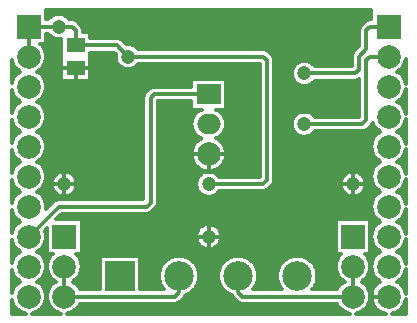
<source format=gbr>
G04 DipTrace 3.1.0.1*
G04 Íèæíèé.gbr*
%MOIN*%
G04 #@! TF.FileFunction,Copper,L2,Bot*
G04 #@! TF.Part,Single*
G04 #@! TA.AperFunction,CopperBalancing*
%ADD14C,0.011811*%
%ADD18R,0.059055X0.051181*%
G04 #@! TA.AperFunction,ComponentPad*
%ADD19R,0.098425X0.098425*%
%ADD20C,0.098425*%
%ADD21R,0.07874X0.066929*%
%ADD22O,0.07874X0.066929*%
%ADD23C,0.07874*%
%ADD24R,0.07874X0.07874*%
G04 #@! TA.AperFunction,ViaPad*
%ADD27C,0.047244*%
%FSLAX26Y26*%
G04*
G70*
G90*
G75*
G01*
G04 Bottom*
%LPD*%
X181252Y-862500D2*
D14*
Y-962500D1*
X564075Y-893755D2*
Y-948584D1*
X550159Y-962500D1*
X181252D1*
X662570Y-287541D2*
X481290D1*
X468799Y-300031D1*
Y-650068D1*
X456298Y-662570D1*
X162430D1*
X62500Y-762500D1*
X981353Y-387541D2*
X1175123D1*
X1187625Y-375039D1*
Y-175018D1*
X1200143Y-162500D1*
X1262500D1*
X981353Y-218773D2*
X1150121D1*
X1162622Y-206272D1*
Y-162517D1*
X1187625Y-137514D1*
Y-75008D1*
X1200133Y-62500D1*
X1262500D1*
X62500Y-162500D2*
Y-62500D1*
X393791Y-162517D2*
X843839D1*
X856340Y-175018D1*
Y-575060D1*
X843839Y-587562D1*
X662570D1*
X62500Y-62500D2*
X162510D1*
X162517Y-62507D1*
X206272D1*
X218773Y-75008D1*
Y-125115D1*
X356390D1*
X393791Y-162517D1*
X1143748Y-962500D2*
Y-862500D1*
X760925Y-893755D2*
Y-948445D1*
X775081Y-962601D1*
X1143647D1*
X1143748Y-962500D1*
D27*
X181269Y-587562D3*
X393791Y-162517D3*
X662570Y-587562D3*
X981353Y-387541D3*
Y-218773D3*
X162517Y-62507D3*
X662570Y-762580D3*
X1143870Y-587562D3*
X121240Y-17585D2*
D14*
X1203762D1*
X121240Y-29265D2*
X135972D1*
X189062D2*
X1203762D1*
X218197Y-40945D2*
X1188192D1*
X231646Y-52625D2*
X1174743D1*
X241542Y-64304D2*
X1164846D1*
X244056Y-75984D2*
X1162354D1*
X121240Y-87664D2*
X127950D1*
X267678D2*
X1162354D1*
X121240Y-99344D2*
X141555D1*
X267678D2*
X1162354D1*
X121240Y-111024D2*
X169883D1*
X377554D2*
X1162354D1*
X105255Y-122703D2*
X169883D1*
X407751D2*
X1162354D1*
X113906Y-134383D2*
X169883D1*
X425906D2*
X1155504D1*
X118841Y-146063D2*
X169883D1*
X862636D2*
X1143831D1*
X121033Y-157743D2*
X169883D1*
X267678D2*
X351062D1*
X874332D2*
X1137833D1*
X120825Y-169423D2*
X169883D1*
X267678D2*
X351385D1*
X880953D2*
X1137349D1*
X118150Y-181102D2*
X169883D1*
X267678D2*
X355168D1*
X881622D2*
X962029D1*
X1000677D2*
X1137349D1*
X7098Y-192782D2*
X12364D1*
X112636D2*
X169883D1*
X267678D2*
X363773D1*
X423829D2*
X831070D1*
X881622D2*
X947427D1*
X1015280D2*
X1137349D1*
X1312631D2*
X1318073D1*
X7098Y-204462D2*
X21921D1*
X103085D2*
X169883D1*
X267678D2*
X831070D1*
X881622D2*
X940875D1*
X1303081D2*
X1318043D1*
X7098Y-216142D2*
X27205D1*
X97803D2*
X169883D1*
X267678D2*
X831070D1*
X881622D2*
X938453D1*
X1297798D2*
X1318043D1*
X7098Y-227822D2*
X15360D1*
X109614D2*
X169883D1*
X267678D2*
X831070D1*
X881622D2*
X939353D1*
X1309609D2*
X1318043D1*
X116442Y-239501D2*
X169883D1*
X267678D2*
X603823D1*
X721319D2*
X831070D1*
X881622D2*
X943850D1*
X120110Y-251181D2*
X603823D1*
X721319D2*
X831070D1*
X881622D2*
X953747D1*
X1008959D2*
X1162354D1*
X121240Y-262861D2*
X603823D1*
X721319D2*
X831070D1*
X881622D2*
X1162354D1*
X119972Y-274541D2*
X459045D1*
X721319D2*
X831070D1*
X881622D2*
X1162354D1*
X116119Y-286220D2*
X447881D1*
X721319D2*
X831070D1*
X881622D2*
X1162354D1*
X7098Y-297900D2*
X15913D1*
X109060D2*
X443613D1*
X721319D2*
X831070D1*
X881622D2*
X1162354D1*
X1309056D2*
X1318043D1*
X7098Y-309580D2*
X28197D1*
X96789D2*
X443520D1*
X721319D2*
X831070D1*
X881622D2*
X1162354D1*
X1296783D2*
X1318043D1*
X7098Y-321260D2*
X21160D1*
X103824D2*
X443520D1*
X494072D2*
X603823D1*
X721319D2*
X831070D1*
X881622D2*
X1162354D1*
X1303843D2*
X1318043D1*
X7098Y-332940D2*
X11949D1*
X113075D2*
X443520D1*
X494072D2*
X603823D1*
X721319D2*
X831070D1*
X881622D2*
X1162354D1*
X1313070D2*
X1318041D1*
X118403Y-344619D2*
X443520D1*
X494072D2*
X626752D1*
X698388D2*
X831070D1*
X881622D2*
X1162354D1*
X120895Y-356299D2*
X443520D1*
X494072D2*
X614341D1*
X710799D2*
X831070D1*
X881622D2*
X952386D1*
X1010320D2*
X1162354D1*
X120987Y-367979D2*
X443520D1*
X494072D2*
X607675D1*
X717467D2*
X831070D1*
X881622D2*
X943228D1*
X118634Y-379659D2*
X443520D1*
X494072D2*
X604445D1*
X720697D2*
X831070D1*
X881622D2*
X939122D1*
X7098Y-391339D2*
X11488D1*
X113490D2*
X443520D1*
X494072D2*
X603961D1*
X721181D2*
X831070D1*
X881622D2*
X938545D1*
X1206539D2*
X1211491D1*
X1313486D2*
X1318054D1*
X7098Y-403018D2*
X20445D1*
X104562D2*
X443520D1*
X494072D2*
X606198D1*
X718944D2*
X831070D1*
X881622D2*
X941336D1*
X1194890D2*
X1220441D1*
X1304558D2*
X1318043D1*
X7098Y-414698D2*
X29257D1*
X95751D2*
X443520D1*
X494072D2*
X611550D1*
X713591D2*
X831070D1*
X881622D2*
X948373D1*
X1014333D2*
X1229253D1*
X1295745D2*
X1318043D1*
X7098Y-426378D2*
X16512D1*
X108484D2*
X443520D1*
X494072D2*
X621424D1*
X703718D2*
X831070D1*
X881622D2*
X964681D1*
X998025D2*
X1216496D1*
X1308503D2*
X1318043D1*
X115797Y-438058D2*
X443520D1*
X494072D2*
X631990D1*
X693152D2*
X831070D1*
X881622D2*
X1209206D1*
X119811Y-449738D2*
X443520D1*
X494072D2*
X617987D1*
X707155D2*
X831070D1*
X881622D2*
X1205193D1*
X121240Y-461417D2*
X443520D1*
X494072D2*
X610097D1*
X715045D2*
X831070D1*
X881622D2*
X1203762D1*
X120248Y-473097D2*
X443520D1*
X494072D2*
X605668D1*
X719474D2*
X831070D1*
X881622D2*
X1204755D1*
X116765Y-484777D2*
X443520D1*
X494072D2*
X603891D1*
X721249D2*
X831070D1*
X881622D2*
X1208238D1*
X7098Y-496457D2*
X14853D1*
X110168D2*
X443520D1*
X494072D2*
X604514D1*
X720604D2*
X831070D1*
X881622D2*
X1214835D1*
X1310163D2*
X1318043D1*
X7098Y-508136D2*
X26236D1*
X98749D2*
X443520D1*
X494072D2*
X607652D1*
X717490D2*
X831070D1*
X881622D2*
X1226231D1*
X1298768D2*
X1318043D1*
X7098Y-519816D2*
X22706D1*
X102302D2*
X443520D1*
X494072D2*
X613719D1*
X711400D2*
X831070D1*
X881622D2*
X1222702D1*
X1302297D2*
X1318043D1*
X7098Y-531496D2*
X12825D1*
X112175D2*
X443520D1*
X494072D2*
X624238D1*
X700903D2*
X831070D1*
X881622D2*
X1212828D1*
X1312171D2*
X1318043D1*
X117896Y-543176D2*
X443520D1*
X494072D2*
X646638D1*
X678504D2*
X831070D1*
X881622D2*
X1207108D1*
X120734Y-554856D2*
X154034D1*
X208508D2*
X443520D1*
X494072D2*
X635333D1*
X689807D2*
X831070D1*
X881622D2*
X1116633D1*
X1171106D2*
X1204270D1*
X121102Y-566535D2*
X143954D1*
X218589D2*
X443520D1*
X494072D2*
X625253D1*
X881622D2*
X1106552D1*
X1181188D2*
X1203900D1*
X119049Y-578215D2*
X139340D1*
X223203D2*
X443520D1*
X494072D2*
X620639D1*
X881413D2*
X1101938D1*
X1185802D2*
X1205954D1*
X7098Y-589895D2*
X10705D1*
X114297D2*
X138348D1*
X224196D2*
X443520D1*
X494072D2*
X619647D1*
X876500D2*
X1100946D1*
X1186794D2*
X1210706D1*
X1314293D2*
X1318064D1*
X7098Y-601575D2*
X19062D1*
X105946D2*
X140701D1*
X221843D2*
X443520D1*
X494072D2*
X622000D1*
X865081D2*
X1103299D1*
X1184441D2*
X1219056D1*
X1305942D2*
X1318043D1*
X7098Y-613255D2*
X31518D1*
X93490D2*
X147091D1*
X215429D2*
X443520D1*
X494072D2*
X628413D1*
X696728D2*
X1109713D1*
X1178028D2*
X1231513D1*
X1293484D2*
X1318043D1*
X7098Y-624934D2*
X17701D1*
X107285D2*
X161348D1*
X201196D2*
X443520D1*
X494072D2*
X642647D1*
X682495D2*
X1123946D1*
X1163794D2*
X1217719D1*
X1307303D2*
X1318043D1*
X115081Y-636614D2*
X443520D1*
X494072D2*
X1209899D1*
X119465Y-648294D2*
X141440D1*
X494072D2*
X1205539D1*
X121194Y-659974D2*
X129766D1*
X491950D2*
X1203808D1*
X482469Y-671654D2*
X1204500D1*
X469713Y-683333D2*
X1207661D1*
X7098Y-695013D2*
X13839D1*
X165232D2*
X1213820D1*
X1311178D2*
X1318043D1*
X7098Y-706693D2*
X24437D1*
X239997D2*
X1085007D1*
X1202480D2*
X1224432D1*
X1300567D2*
X1318043D1*
X7098Y-718373D2*
X24367D1*
X239997D2*
X1085007D1*
X1202480D2*
X1224362D1*
X1300636D2*
X1318043D1*
X7098Y-730052D2*
X13793D1*
X239997D2*
X635126D1*
X690016D2*
X1085007D1*
X1202480D2*
X1213774D1*
X1311224D2*
X1318043D1*
X118518Y-741732D2*
X122509D1*
X239997D2*
X625138D1*
X700004D2*
X1085007D1*
X1202480D2*
X1207644D1*
X239997Y-753412D2*
X620593D1*
X704549D2*
X1085007D1*
X239997Y-765092D2*
X619647D1*
X705495D2*
X1085007D1*
X239997Y-776772D2*
X622070D1*
X703072D2*
X1085007D1*
X115058Y-788451D2*
X122497D1*
X239997D2*
X628551D1*
X696589D2*
X1085007D1*
X1202480D2*
X1209945D1*
X7098Y-800131D2*
X17769D1*
X107238D2*
X122524D1*
X239997D2*
X642992D1*
X682126D2*
X1085007D1*
X1202480D2*
X1217765D1*
X1307234D2*
X1318043D1*
X7098Y-811811D2*
X31634D1*
X93374D2*
X122524D1*
X239997D2*
X1085007D1*
X1202480D2*
X1231629D1*
X1293369D2*
X1318043D1*
X7098Y-823491D2*
X18992D1*
X106016D2*
X137748D1*
X224748D2*
X1100231D1*
X1187255D2*
X1218988D1*
X1306010D2*
X1318043D1*
X7098Y-835171D2*
X10659D1*
X114343D2*
X129421D1*
X233100D2*
X298651D1*
X435802D2*
X529566D1*
X598594D2*
X726408D1*
X795438D2*
X923274D1*
X992281D2*
X1091904D1*
X1195583D2*
X1210660D1*
X1314339D2*
X1318043D1*
X119072Y-846850D2*
X124692D1*
X237828D2*
X298651D1*
X435802D2*
X514479D1*
X613659D2*
X711344D1*
X810501D2*
X908186D1*
X1007367D2*
X1087175D1*
X1200311D2*
X1205923D1*
X239858Y-858530D2*
X298651D1*
X435802D2*
X505436D1*
X622724D2*
X702278D1*
X819567D2*
X899121D1*
X1016409D2*
X1085144D1*
X239466Y-870210D2*
X298651D1*
X435802D2*
X499738D1*
X628423D2*
X696580D1*
X825265D2*
X893446D1*
X1022108D2*
X1085537D1*
X117873Y-881890D2*
X125869D1*
X236629D2*
X298651D1*
X435802D2*
X496554D1*
X631606D2*
X693398D1*
X828449D2*
X890240D1*
X1025315D2*
X1088374D1*
X1199135D2*
X1207130D1*
X7098Y-893570D2*
X12871D1*
X112129D2*
X131612D1*
X230885D2*
X298651D1*
X435802D2*
X495493D1*
X632667D2*
X692336D1*
X829510D2*
X889202D1*
X1026353D2*
X1094118D1*
X1193391D2*
X1212874D1*
X1312123D2*
X1318043D1*
X7098Y-905249D2*
X22776D1*
X102232D2*
X141531D1*
X220966D2*
X298651D1*
X435802D2*
X496486D1*
X631676D2*
X693328D1*
X828518D2*
X890171D1*
X1025361D2*
X1104014D1*
X1183471D2*
X1222770D1*
X1302227D2*
X1318043D1*
X7098Y-916929D2*
X26167D1*
X98841D2*
X144899D1*
X217597D2*
X298651D1*
X435802D2*
X499600D1*
X628538D2*
X696442D1*
X825404D2*
X893308D1*
X1022247D2*
X1107406D1*
X1180080D2*
X1226161D1*
X1298836D2*
X1318043D1*
X7098Y-928609D2*
X14807D1*
X110214D2*
X133550D1*
X228948D2*
X298651D1*
X435802D2*
X505205D1*
X622955D2*
X702047D1*
X819798D2*
X898913D1*
X1016640D2*
X1096033D1*
X1191453D2*
X1214789D1*
X1310209D2*
X1318043D1*
X116789Y-940289D2*
X126975D1*
X614005D2*
X710975D1*
X1198028D2*
X1208215D1*
X599218Y-951969D2*
X725762D1*
X584062Y-963648D2*
X741056D1*
X119787Y-975328D2*
X123945D1*
X572597D2*
X752545D1*
X1201050D2*
X1205224D1*
X115773Y-987008D2*
X127991D1*
X234507D2*
X1090496D1*
X1197013D2*
X1209230D1*
X7098Y-998688D2*
X16547D1*
X108437D2*
X135303D1*
X227194D2*
X1097810D1*
X1189699D2*
X1216566D1*
X1308433D2*
X1318043D1*
X7098Y-1010367D2*
X29350D1*
X95635D2*
X148106D1*
X214391D2*
X1110613D1*
X1176898D2*
X1229345D1*
X1295654D2*
X1318043D1*
X242869Y-81336D2*
X266490D1*
Y-101013D1*
X358281Y-101096D1*
X362014Y-101686D1*
X365610Y-102856D1*
X368979Y-104572D1*
X372038Y-106794D1*
X386656Y-121307D1*
X390510Y-120835D1*
X397072D1*
X403552Y-121861D1*
X409791Y-123888D1*
X415638Y-126867D1*
X420945Y-130723D1*
X425585Y-135364D1*
X427938Y-138421D1*
X845730Y-138497D1*
X849463Y-139088D1*
X853059Y-140256D1*
X856428Y-141972D1*
X859487Y-144196D1*
X873378Y-157980D1*
X875833Y-160856D1*
X877808Y-164080D1*
X879255Y-167572D1*
X880138Y-171249D1*
X880434Y-175018D1*
X880360Y-576951D1*
X879769Y-580685D1*
X878601Y-584281D1*
X876885Y-587650D1*
X874661Y-590709D1*
X860877Y-604600D1*
X858001Y-607055D1*
X854777Y-609030D1*
X851285Y-610476D1*
X847608Y-611360D1*
X843839Y-611656D1*
X696731D1*
X694364Y-614715D1*
X689723Y-619356D1*
X684416Y-623211D1*
X678570Y-626190D1*
X672331Y-628218D1*
X665850Y-629244D1*
X659289D1*
X652808Y-628218D1*
X646570Y-626190D1*
X640723Y-623211D1*
X635416Y-619356D1*
X630776Y-614715D1*
X626920Y-609408D1*
X623941Y-603562D1*
X621913Y-597323D1*
X620887Y-590843D1*
Y-584281D1*
X621913Y-577801D1*
X623941Y-571562D1*
X626920Y-565715D1*
X630776Y-560408D1*
X635416Y-555768D1*
X640723Y-551912D1*
X646570Y-548933D1*
X652808Y-546906D1*
X659289Y-545879D1*
X665850D1*
X672331Y-546906D1*
X678570Y-548933D1*
X684416Y-551912D1*
X689723Y-555768D1*
X694364Y-560408D1*
X696717Y-563466D1*
X832238Y-563467D1*
X832245Y-186612D1*
X427984D1*
X425585Y-189671D1*
X420945Y-194311D1*
X415638Y-198167D1*
X409791Y-201146D1*
X403552Y-203173D1*
X397072Y-204199D1*
X390510D1*
X384030Y-203173D1*
X377791Y-201146D1*
X371945Y-198167D1*
X366638Y-194311D1*
X361997Y-189671D1*
X358142Y-184364D1*
X355163Y-178517D1*
X353135Y-172278D1*
X352109Y-165798D1*
Y-159236D1*
X352608Y-155411D1*
X346398Y-149198D1*
X266492Y-149210D1*
X266490Y-243698D1*
X171056D1*
Y-103450D1*
X165798Y-104189D1*
X159236D1*
X152756Y-103163D1*
X146517Y-101135D1*
X140671Y-98156D1*
X135364Y-94301D1*
X130723Y-89660D1*
X128370Y-86602D1*
X120042Y-86594D1*
X120059Y-120059D1*
X101396D1*
X106268Y-125118D1*
X109066Y-128668D1*
X111577Y-132425D1*
X113786Y-136369D1*
X115677Y-140474D1*
X117241Y-144714D1*
X118469Y-149063D1*
X119350Y-153496D1*
X119882Y-157984D1*
X120059Y-162500D1*
X119882Y-167016D1*
X119350Y-171504D1*
X118469Y-175937D1*
X117241Y-180286D1*
X115677Y-184526D1*
X113786Y-188631D1*
X111577Y-192575D1*
X109066Y-196332D1*
X106268Y-199882D1*
X103201Y-203201D1*
X99882Y-206268D1*
X96332Y-209066D1*
X90957Y-212483D1*
X96332Y-215934D1*
X99882Y-218732D1*
X103201Y-221799D1*
X106268Y-225118D1*
X109066Y-228668D1*
X111577Y-232425D1*
X113786Y-236369D1*
X115677Y-240474D1*
X117241Y-244714D1*
X118469Y-249063D1*
X119350Y-253496D1*
X119882Y-257984D1*
X120059Y-262500D1*
X119882Y-267016D1*
X119350Y-271504D1*
X118469Y-275937D1*
X117241Y-280286D1*
X115677Y-284526D1*
X113786Y-288631D1*
X111577Y-292575D1*
X109066Y-296332D1*
X106268Y-299882D1*
X103201Y-303201D1*
X99882Y-306268D1*
X96332Y-309066D1*
X90957Y-312483D1*
X96332Y-315934D1*
X99882Y-318732D1*
X103201Y-321799D1*
X106268Y-325118D1*
X109066Y-328668D1*
X111577Y-332425D1*
X113786Y-336369D1*
X115677Y-340474D1*
X117241Y-344714D1*
X118469Y-349063D1*
X119350Y-353496D1*
X119882Y-357984D1*
X120059Y-362500D1*
X119882Y-367016D1*
X119350Y-371504D1*
X118469Y-375937D1*
X117241Y-380286D1*
X115677Y-384526D1*
X113786Y-388631D1*
X111577Y-392575D1*
X109066Y-396332D1*
X106268Y-399882D1*
X103201Y-403201D1*
X99882Y-406268D1*
X96332Y-409066D1*
X90957Y-412483D1*
X96332Y-415934D1*
X99882Y-418732D1*
X103201Y-421799D1*
X106268Y-425118D1*
X109066Y-428668D1*
X111577Y-432425D1*
X113786Y-436369D1*
X115677Y-440474D1*
X117241Y-444714D1*
X118469Y-449063D1*
X119350Y-453496D1*
X119882Y-457984D1*
X120059Y-462500D1*
X119882Y-467016D1*
X119350Y-471504D1*
X118469Y-475937D1*
X117241Y-480286D1*
X115677Y-484526D1*
X113786Y-488631D1*
X111577Y-492575D1*
X109066Y-496332D1*
X106268Y-499882D1*
X103201Y-503201D1*
X99882Y-506268D1*
X96332Y-509066D1*
X90957Y-512483D1*
X96332Y-515934D1*
X99882Y-518732D1*
X103201Y-521799D1*
X106268Y-525118D1*
X109066Y-528668D1*
X111577Y-532425D1*
X113786Y-536369D1*
X115677Y-540474D1*
X117241Y-544714D1*
X118469Y-549063D1*
X119350Y-553496D1*
X119882Y-557984D1*
X120059Y-562500D1*
X119882Y-567016D1*
X119350Y-571504D1*
X118469Y-575937D1*
X117241Y-580286D1*
X115677Y-584526D1*
X113786Y-588631D1*
X111577Y-592575D1*
X109066Y-596332D1*
X106268Y-599882D1*
X103201Y-603201D1*
X99882Y-606268D1*
X96332Y-609066D1*
X90957Y-612483D1*
X96332Y-615934D1*
X99882Y-618732D1*
X103201Y-621799D1*
X106268Y-625118D1*
X109066Y-628668D1*
X111577Y-632425D1*
X113786Y-636369D1*
X115677Y-640474D1*
X117241Y-644714D1*
X118469Y-649063D1*
X119350Y-653496D1*
X119882Y-657984D1*
X120059Y-662500D1*
X119882Y-667016D1*
X119333Y-671591D1*
X146782Y-644248D1*
X149841Y-642025D1*
X153210Y-640308D1*
X156806Y-639140D1*
X160539Y-638549D1*
X191958Y-638475D1*
X444719D1*
X444780Y-298140D1*
X445370Y-294407D1*
X446538Y-290811D1*
X448255Y-287442D1*
X450478Y-284383D1*
X464252Y-270503D1*
X467127Y-268047D1*
X470352Y-266072D1*
X473844Y-264626D1*
X477521Y-263743D1*
X481298Y-263446D1*
X605005D1*
X605010Y-235887D1*
X720129D1*
Y-339194D1*
X686656D1*
X691925Y-341517D1*
X695465Y-343499D1*
X698836Y-345752D1*
X702021Y-348262D1*
X705000Y-351016D1*
X707753Y-353995D1*
X710264Y-357180D1*
X712517Y-360551D1*
X714499Y-364091D1*
X716197Y-367774D1*
X717601Y-371579D1*
X718701Y-375483D1*
X719492Y-379461D1*
X719970Y-383488D1*
X720129Y-387541D1*
X719970Y-391593D1*
X719492Y-395621D1*
X718701Y-399598D1*
X717601Y-403503D1*
X716197Y-407307D1*
X714499Y-410991D1*
X712517Y-414530D1*
X710264Y-417902D1*
X707753Y-421087D1*
X705000Y-424066D1*
X702021Y-426819D1*
X698836Y-429329D1*
X695465Y-431583D1*
X691925Y-433564D1*
X687365Y-435585D1*
X693203Y-438811D1*
X698033Y-442205D1*
X702490Y-446075D1*
X706526Y-450382D1*
X710101Y-455079D1*
X713176Y-460118D1*
X715719Y-465445D1*
X717702Y-471005D1*
X719106Y-476739D1*
X719915Y-482585D1*
X720117Y-488722D1*
X719693Y-494609D1*
X718668Y-500423D1*
X717054Y-506101D1*
X714866Y-511583D1*
X712130Y-516814D1*
X708870Y-521735D1*
X705125Y-526298D1*
X700932Y-530451D1*
X696335Y-534155D1*
X691383Y-537369D1*
X686129Y-540058D1*
X680626Y-542194D1*
X674933Y-543756D1*
X669110Y-544727D1*
X663219Y-545096D1*
X657322Y-544860D1*
X651478Y-544021D1*
X645752Y-542588D1*
X640202Y-540576D1*
X634888Y-538007D1*
X629865Y-534906D1*
X625186Y-531307D1*
X620900Y-527248D1*
X617052Y-522772D1*
X613684Y-517924D1*
X610828Y-512757D1*
X608518Y-507325D1*
X606776Y-501686D1*
X605621Y-495898D1*
X605064Y-490021D1*
X605113Y-484118D1*
X605765Y-478251D1*
X607016Y-472482D1*
X608849Y-466871D1*
X611249Y-461478D1*
X614188Y-456360D1*
X617636Y-451568D1*
X621556Y-447155D1*
X625909Y-443167D1*
X630647Y-439646D1*
X635719Y-436627D1*
X637752Y-435608D1*
X633214Y-433564D1*
X629675Y-431583D1*
X626303Y-429329D1*
X623118Y-426819D1*
X620139Y-424066D1*
X617386Y-421087D1*
X614875Y-417902D1*
X612622Y-414530D1*
X610640Y-410991D1*
X608942Y-407307D1*
X607538Y-403503D1*
X606438Y-399598D1*
X605647Y-395621D1*
X605169Y-391593D1*
X605010Y-387541D1*
X605169Y-383488D1*
X605647Y-379461D1*
X606438Y-375483D1*
X607538Y-371579D1*
X608942Y-367774D1*
X610640Y-364091D1*
X612622Y-360551D1*
X614875Y-357180D1*
X617386Y-353995D1*
X620139Y-351016D1*
X623118Y-348262D1*
X626303Y-345752D1*
X629675Y-343499D1*
X633214Y-341517D1*
X638576Y-339199D1*
X605010Y-339194D1*
Y-311627D1*
X492902Y-311635D1*
X492820Y-651959D1*
X492228Y-655693D1*
X491060Y-659289D1*
X489344Y-662657D1*
X487121Y-665717D1*
X473336Y-679608D1*
X470461Y-682063D1*
X467236Y-684038D1*
X463744Y-685486D1*
X460067Y-686367D1*
X456298Y-686664D1*
X172395D1*
X154135Y-704940D1*
X238811Y-704941D1*
Y-820059D1*
X220148D1*
X225020Y-825118D1*
X227818Y-828668D1*
X230329Y-832425D1*
X232538Y-836369D1*
X234429Y-840474D1*
X235993Y-844714D1*
X237220Y-849063D1*
X238102Y-853496D1*
X238634Y-857984D1*
X238811Y-862500D1*
X238634Y-867016D1*
X238102Y-871504D1*
X237220Y-875937D1*
X235993Y-880286D1*
X234429Y-884526D1*
X232538Y-888631D1*
X230329Y-892575D1*
X227818Y-896332D1*
X225020Y-899882D1*
X221953Y-903201D1*
X218634Y-906268D1*
X215084Y-909066D1*
X209709Y-912483D1*
X215084Y-915934D1*
X218634Y-918732D1*
X221953Y-921799D1*
X225020Y-925118D1*
X227818Y-928668D1*
X230329Y-932425D1*
X233476Y-938406D1*
X299801D1*
X299823Y-826353D1*
X434626D1*
Y-938396D1*
X513598Y-938406D1*
X509546Y-933373D1*
X506605Y-928972D1*
X504020Y-924354D1*
X501804Y-919549D1*
X499972Y-914583D1*
X498535Y-909490D1*
X497503Y-904298D1*
X496881Y-899043D1*
X496673Y-893755D1*
X496881Y-888466D1*
X497503Y-883211D1*
X498535Y-878020D1*
X499972Y-872927D1*
X501804Y-867961D1*
X504020Y-863155D1*
X506605Y-858537D1*
X509546Y-854136D1*
X512823Y-849980D1*
X516415Y-846094D1*
X520301Y-842503D1*
X524457Y-839226D1*
X528857Y-836285D1*
X533475Y-833699D1*
X538281Y-831484D1*
X543247Y-829652D1*
X548340Y-828215D1*
X553531Y-827182D1*
X558786Y-826560D1*
X564075Y-826353D1*
X569364Y-826560D1*
X574618Y-827182D1*
X579810Y-828215D1*
X584903Y-829652D1*
X589869Y-831484D1*
X594675Y-833699D1*
X599293Y-836285D1*
X603693Y-839226D1*
X607849Y-842503D1*
X611735Y-846094D1*
X615327Y-849980D1*
X618604Y-854136D1*
X621545Y-858537D1*
X624130Y-863155D1*
X626345Y-867961D1*
X628177Y-872927D1*
X629614Y-878020D1*
X630647Y-883211D1*
X631269Y-888466D1*
X631476Y-893755D1*
X631269Y-899043D1*
X630647Y-904298D1*
X629614Y-909490D1*
X628177Y-914583D1*
X626345Y-919549D1*
X624130Y-924354D1*
X621545Y-928972D1*
X618604Y-933373D1*
X615327Y-937529D1*
X611735Y-941415D1*
X607849Y-945007D1*
X603693Y-948283D1*
X599293Y-951224D1*
X594675Y-953810D1*
X589869Y-956025D1*
X586551Y-957249D1*
X584619Y-961173D1*
X582396Y-964232D1*
X567197Y-979538D1*
X564322Y-981993D1*
X561097Y-983969D1*
X557605Y-985415D1*
X553928Y-986298D1*
X550159Y-986594D1*
X233545D1*
X230329Y-992575D1*
X227818Y-996332D1*
X225020Y-999882D1*
X221953Y-1003201D1*
X218634Y-1006268D1*
X215084Y-1009066D1*
X211327Y-1011577D1*
X207383Y-1013786D1*
X203278Y-1015677D1*
X199038Y-1017241D1*
X194689Y-1018469D1*
X191001Y-1019202D1*
X1133835D1*
X1125962Y-1017241D1*
X1121722Y-1015677D1*
X1117617Y-1013786D1*
X1113673Y-1011577D1*
X1109916Y-1009066D1*
X1106366Y-1006268D1*
X1103047Y-1003201D1*
X1099980Y-999882D1*
X1097182Y-996332D1*
X1094671Y-992575D1*
X1091568Y-986692D1*
X773190Y-986621D1*
X769457Y-986030D1*
X765861Y-984861D1*
X762492Y-983144D1*
X759433Y-980923D1*
X743888Y-965482D1*
X741432Y-962608D1*
X739457Y-959383D1*
X738663Y-957659D1*
X730325Y-953810D1*
X725707Y-951224D1*
X721307Y-948283D1*
X717151Y-945007D1*
X713265Y-941415D1*
X709673Y-937529D1*
X706396Y-933373D1*
X703455Y-928972D1*
X700870Y-924354D1*
X698655Y-919549D1*
X696823Y-914583D1*
X695386Y-909490D1*
X694353Y-904298D1*
X693731Y-899043D1*
X693524Y-893755D1*
X693731Y-888466D1*
X694353Y-883211D1*
X695386Y-878020D1*
X696823Y-872927D1*
X698655Y-867961D1*
X700870Y-863155D1*
X703455Y-858537D1*
X706396Y-854136D1*
X709673Y-849980D1*
X713265Y-846094D1*
X717151Y-842503D1*
X721307Y-839226D1*
X725707Y-836285D1*
X730325Y-833699D1*
X735131Y-831484D1*
X740097Y-829652D1*
X745190Y-828215D1*
X750382Y-827182D1*
X755636Y-826560D1*
X760925Y-826353D1*
X766214Y-826560D1*
X771469Y-827182D1*
X776660Y-828215D1*
X781753Y-829652D1*
X786719Y-831484D1*
X791525Y-833699D1*
X796143Y-836285D1*
X800543Y-839226D1*
X804699Y-842503D1*
X808585Y-846094D1*
X812177Y-849980D1*
X815454Y-854136D1*
X818395Y-858537D1*
X820980Y-863155D1*
X823196Y-867961D1*
X825028Y-872927D1*
X826465Y-878020D1*
X827497Y-883211D1*
X828119Y-888466D1*
X828327Y-893755D1*
X828119Y-899043D1*
X827497Y-904298D1*
X826465Y-909490D1*
X825028Y-914583D1*
X823196Y-919549D1*
X820980Y-924354D1*
X818395Y-928972D1*
X815454Y-933373D1*
X811265Y-938516D1*
X907379Y-938507D1*
X903247Y-933373D1*
X900306Y-928972D1*
X897720Y-924354D1*
X895505Y-919549D1*
X893673Y-914583D1*
X892236Y-909490D1*
X891203Y-904298D1*
X890581Y-899043D1*
X890374Y-893755D1*
X890581Y-888466D1*
X891203Y-883211D1*
X892236Y-878020D1*
X893673Y-872927D1*
X895505Y-867961D1*
X897720Y-863155D1*
X900306Y-858537D1*
X903247Y-854136D1*
X906524Y-849980D1*
X910115Y-846094D1*
X914001Y-842503D1*
X918157Y-839226D1*
X922558Y-836285D1*
X927176Y-833699D1*
X931982Y-831484D1*
X936948Y-829652D1*
X942041Y-828215D1*
X947232Y-827182D1*
X952487Y-826560D1*
X957776Y-826353D1*
X963064Y-826560D1*
X968319Y-827182D1*
X973510Y-828215D1*
X978604Y-829652D1*
X983570Y-831484D1*
X988375Y-833699D1*
X992993Y-836285D1*
X997394Y-839226D1*
X1001550Y-842503D1*
X1005436Y-846094D1*
X1009028Y-849980D1*
X1012304Y-854136D1*
X1015245Y-858537D1*
X1017831Y-863155D1*
X1020046Y-867961D1*
X1021878Y-872927D1*
X1023315Y-878020D1*
X1024348Y-883211D1*
X1024970Y-888466D1*
X1025177Y-893755D1*
X1024970Y-899043D1*
X1024348Y-904298D1*
X1023315Y-909490D1*
X1021878Y-914583D1*
X1020046Y-919549D1*
X1017831Y-924354D1*
X1015245Y-928972D1*
X1012304Y-933373D1*
X1008115Y-938516D1*
X1091419Y-938507D1*
X1094671Y-932425D1*
X1097182Y-928668D1*
X1099980Y-925118D1*
X1103047Y-921799D1*
X1106366Y-918732D1*
X1109916Y-915934D1*
X1115291Y-912517D1*
X1109916Y-909066D1*
X1106366Y-906268D1*
X1103047Y-903201D1*
X1099980Y-899882D1*
X1097182Y-896332D1*
X1094671Y-892575D1*
X1092462Y-888631D1*
X1090571Y-884526D1*
X1089007Y-880286D1*
X1087780Y-875937D1*
X1086898Y-871504D1*
X1086366Y-867016D1*
X1086189Y-862500D1*
X1086366Y-857984D1*
X1086898Y-853496D1*
X1087780Y-849063D1*
X1089007Y-844714D1*
X1090571Y-840474D1*
X1092462Y-836369D1*
X1094671Y-832425D1*
X1097182Y-828668D1*
X1099980Y-825118D1*
X1104928Y-820062D1*
X1086189Y-820059D1*
Y-704941D1*
X1201307D1*
Y-820059D1*
X1182644D1*
X1187516Y-825118D1*
X1190314Y-828668D1*
X1192825Y-832425D1*
X1195034Y-836369D1*
X1196925Y-840474D1*
X1198490Y-844714D1*
X1199717Y-849063D1*
X1200598Y-853496D1*
X1201130Y-857984D1*
X1201307Y-862500D1*
X1201130Y-867016D1*
X1200598Y-871504D1*
X1199717Y-875937D1*
X1198490Y-880286D1*
X1196925Y-884526D1*
X1195034Y-888631D1*
X1192825Y-892575D1*
X1190314Y-896332D1*
X1187516Y-899882D1*
X1184449Y-903201D1*
X1181130Y-906268D1*
X1177580Y-909066D1*
X1172205Y-912483D1*
X1177580Y-915934D1*
X1181130Y-918732D1*
X1184449Y-921799D1*
X1187516Y-925118D1*
X1190314Y-928668D1*
X1192825Y-932425D1*
X1195034Y-936369D1*
X1196925Y-940474D1*
X1198490Y-944714D1*
X1199717Y-949063D1*
X1200598Y-953496D1*
X1201130Y-957984D1*
X1201307Y-962500D1*
X1201130Y-967016D1*
X1200598Y-971504D1*
X1199717Y-975937D1*
X1198490Y-980286D1*
X1196925Y-984526D1*
X1195034Y-988631D1*
X1192825Y-992575D1*
X1190314Y-996332D1*
X1187516Y-999882D1*
X1184449Y-1003201D1*
X1181130Y-1006268D1*
X1177580Y-1009066D1*
X1173823Y-1011577D1*
X1169879Y-1013786D1*
X1165774Y-1015677D1*
X1161534Y-1017241D1*
X1157185Y-1018469D1*
X1153497Y-1019202D1*
X1252570Y-1019196D1*
X1246815Y-1017881D1*
X1241226Y-1015983D1*
X1235860Y-1013524D1*
X1230774Y-1010526D1*
X1226022Y-1007025D1*
X1221654Y-1003054D1*
X1217715Y-998657D1*
X1214248Y-993881D1*
X1211287Y-988773D1*
X1208866Y-983390D1*
X1207008Y-977787D1*
X1205734Y-972024D1*
X1205058Y-966159D1*
X1204984Y-960257D1*
X1205517Y-954378D1*
X1206648Y-948584D1*
X1208367Y-942937D1*
X1210656Y-937496D1*
X1213490Y-932318D1*
X1216839Y-927457D1*
X1220667Y-922965D1*
X1224937Y-918887D1*
X1229601Y-915270D1*
X1233990Y-912501D1*
X1228668Y-909066D1*
X1225118Y-906268D1*
X1221799Y-903201D1*
X1218732Y-899882D1*
X1215934Y-896332D1*
X1213423Y-892575D1*
X1211214Y-888631D1*
X1209323Y-884526D1*
X1207759Y-880286D1*
X1206531Y-875937D1*
X1205650Y-871504D1*
X1205118Y-867016D1*
X1204941Y-862500D1*
X1205118Y-857984D1*
X1205650Y-853496D1*
X1206531Y-849063D1*
X1207759Y-844714D1*
X1209323Y-840474D1*
X1211214Y-836369D1*
X1213423Y-832425D1*
X1215934Y-828668D1*
X1218732Y-825118D1*
X1221799Y-821799D1*
X1225118Y-818732D1*
X1228668Y-815934D1*
X1234043Y-812517D1*
X1228668Y-809066D1*
X1225118Y-806268D1*
X1221799Y-803201D1*
X1218732Y-799882D1*
X1215934Y-796332D1*
X1213423Y-792575D1*
X1211214Y-788631D1*
X1209323Y-784526D1*
X1207759Y-780286D1*
X1206531Y-775937D1*
X1205650Y-771504D1*
X1205118Y-767016D1*
X1204941Y-762500D1*
X1205118Y-757984D1*
X1205650Y-753496D1*
X1206531Y-749063D1*
X1207759Y-744714D1*
X1209323Y-740474D1*
X1211214Y-736369D1*
X1213423Y-732425D1*
X1215934Y-728668D1*
X1218732Y-725118D1*
X1221799Y-721799D1*
X1225118Y-718732D1*
X1228668Y-715934D1*
X1234043Y-712517D1*
X1228668Y-709066D1*
X1225118Y-706268D1*
X1221799Y-703201D1*
X1218732Y-699882D1*
X1215934Y-696332D1*
X1213423Y-692575D1*
X1211214Y-688631D1*
X1209323Y-684526D1*
X1207759Y-680286D1*
X1206531Y-675937D1*
X1205650Y-671504D1*
X1205118Y-667016D1*
X1204941Y-662500D1*
X1205118Y-657984D1*
X1205650Y-653496D1*
X1206531Y-649063D1*
X1207759Y-644714D1*
X1209323Y-640474D1*
X1211214Y-636369D1*
X1213423Y-632425D1*
X1215934Y-628668D1*
X1218732Y-625118D1*
X1221799Y-621799D1*
X1225118Y-618732D1*
X1228668Y-615934D1*
X1234043Y-612517D1*
X1228668Y-609066D1*
X1225118Y-606268D1*
X1221799Y-603201D1*
X1218732Y-599882D1*
X1215934Y-596332D1*
X1213423Y-592575D1*
X1211214Y-588631D1*
X1209323Y-584526D1*
X1207759Y-580286D1*
X1206531Y-575937D1*
X1205650Y-571504D1*
X1205118Y-567016D1*
X1204941Y-562500D1*
X1205118Y-557984D1*
X1205650Y-553496D1*
X1206531Y-549063D1*
X1207759Y-544714D1*
X1209323Y-540474D1*
X1211214Y-536369D1*
X1213423Y-532425D1*
X1215934Y-528668D1*
X1218732Y-525118D1*
X1221799Y-521799D1*
X1225118Y-518732D1*
X1228668Y-515934D1*
X1234043Y-512517D1*
X1228668Y-509066D1*
X1225118Y-506268D1*
X1221799Y-503201D1*
X1218732Y-499882D1*
X1215934Y-496332D1*
X1213423Y-492575D1*
X1211214Y-488631D1*
X1209323Y-484526D1*
X1207759Y-480286D1*
X1206531Y-475937D1*
X1205650Y-471504D1*
X1205118Y-467016D1*
X1204941Y-462500D1*
X1205118Y-457984D1*
X1205650Y-453496D1*
X1206531Y-449063D1*
X1207759Y-444714D1*
X1209323Y-440474D1*
X1211214Y-436369D1*
X1213423Y-432425D1*
X1215934Y-428668D1*
X1218732Y-425118D1*
X1221799Y-421799D1*
X1225118Y-418732D1*
X1228668Y-415934D1*
X1234043Y-412517D1*
X1228668Y-409066D1*
X1225118Y-406268D1*
X1221799Y-403201D1*
X1218732Y-399882D1*
X1215934Y-396332D1*
X1213423Y-392575D1*
X1211214Y-388631D1*
X1209551Y-385024D1*
X1208168Y-387629D1*
X1205946Y-390688D1*
X1192161Y-404579D1*
X1189286Y-407034D1*
X1186062Y-409009D1*
X1182570Y-410457D1*
X1178892Y-411339D1*
X1175123Y-411635D1*
X1015513D1*
X1013147Y-414694D1*
X1008507Y-419335D1*
X1003199Y-423190D1*
X997353Y-426169D1*
X991114Y-428197D1*
X984634Y-429223D1*
X978072D1*
X971592Y-428197D1*
X965353Y-426169D1*
X959507Y-423190D1*
X954199Y-419335D1*
X949559Y-414694D1*
X945703Y-409387D1*
X942724Y-403541D1*
X940697Y-397302D1*
X939671Y-390822D1*
Y-384260D1*
X940697Y-377780D1*
X942724Y-371541D1*
X945703Y-365694D1*
X949559Y-360387D1*
X954199Y-355747D1*
X959507Y-351891D1*
X965353Y-348912D1*
X971592Y-346885D1*
X978072Y-345858D1*
X984634D1*
X991114Y-346885D1*
X997353Y-348912D1*
X1003199Y-351891D1*
X1008507Y-355747D1*
X1013147Y-360387D1*
X1015500Y-363445D1*
X1163524Y-363446D1*
X1163530Y-238774D1*
X1161059Y-240241D1*
X1157567Y-241688D1*
X1153890Y-242571D1*
X1150113Y-242867D1*
X1015517D1*
X1013147Y-245927D1*
X1008507Y-250567D1*
X1003199Y-254423D1*
X997353Y-257402D1*
X991114Y-259429D1*
X984634Y-260455D1*
X978072D1*
X971592Y-259429D1*
X965353Y-257402D1*
X959507Y-254423D1*
X954199Y-250567D1*
X949559Y-245927D1*
X945703Y-240619D1*
X942724Y-234773D1*
X940697Y-228534D1*
X939671Y-222054D1*
Y-215492D1*
X940697Y-209012D1*
X942724Y-202773D1*
X945703Y-196927D1*
X949559Y-191619D1*
X954199Y-186979D1*
X959507Y-183123D1*
X965353Y-180144D1*
X971592Y-178117D1*
X978072Y-177091D1*
X984634D1*
X991114Y-178117D1*
X997353Y-180144D1*
X1003199Y-183123D1*
X1008507Y-186979D1*
X1013147Y-191619D1*
X1015500Y-194677D1*
X1138518Y-194678D1*
X1138602Y-160626D1*
X1139193Y-156892D1*
X1140362Y-153297D1*
X1142077Y-149928D1*
X1144301Y-146869D1*
X1163543Y-127520D1*
X1163605Y-73117D1*
X1164196Y-69383D1*
X1165365Y-65787D1*
X1167080Y-62419D1*
X1169303Y-59360D1*
X1183094Y-45462D1*
X1185970Y-43007D1*
X1189194Y-41031D1*
X1192686Y-39585D1*
X1196364Y-38702D1*
X1200133Y-38406D1*
X1204954D1*
X1204941Y-5908D1*
X120068Y-5906D1*
X120059Y-38413D1*
X128361Y-38406D1*
X130723Y-35353D1*
X135364Y-30713D1*
X140671Y-26857D1*
X146517Y-23878D1*
X152756Y-21850D1*
X159236Y-20824D1*
X165798D1*
X172278Y-21850D1*
X178517Y-23878D1*
X184364Y-26857D1*
X189671Y-30713D1*
X194311Y-35353D1*
X196664Y-38411D1*
X208163Y-38486D1*
X211896Y-39077D1*
X215492Y-40245D1*
X218861Y-41962D1*
X221920Y-44185D1*
X235811Y-57970D1*
X238266Y-60845D1*
X240241Y-64070D1*
X241689Y-67562D1*
X242571Y-71239D1*
X242867Y-75008D1*
Y-81352D1*
X142362Y-820059D2*
X123693D1*
Y-735375D1*
X116488Y-742587D1*
X118469Y-749063D1*
X119350Y-753496D1*
X119882Y-757984D1*
X120059Y-762500D1*
X119882Y-767016D1*
X119350Y-771504D1*
X118469Y-775937D1*
X117241Y-780286D1*
X115677Y-784526D1*
X113786Y-788631D1*
X111577Y-792575D1*
X109066Y-796332D1*
X106268Y-799882D1*
X103201Y-803201D1*
X99882Y-806268D1*
X96332Y-809066D1*
X90957Y-812483D1*
X96332Y-815934D1*
X99882Y-818732D1*
X103201Y-821799D1*
X106268Y-825118D1*
X109066Y-828668D1*
X111577Y-832425D1*
X113786Y-836369D1*
X115677Y-840474D1*
X117241Y-844714D1*
X118469Y-849063D1*
X119350Y-853496D1*
X119882Y-857984D1*
X120059Y-862500D1*
X119882Y-867016D1*
X119350Y-871504D1*
X118469Y-875937D1*
X117241Y-880286D1*
X115677Y-884526D1*
X113786Y-888631D1*
X111577Y-892575D1*
X109066Y-896332D1*
X106268Y-899882D1*
X103201Y-903201D1*
X99882Y-906268D1*
X96332Y-909066D1*
X90957Y-912483D1*
X96332Y-915934D1*
X99882Y-918732D1*
X103201Y-921799D1*
X106268Y-925118D1*
X109066Y-928668D1*
X111577Y-932425D1*
X113786Y-936369D1*
X115677Y-940474D1*
X117241Y-944714D1*
X118469Y-949063D1*
X119350Y-953496D1*
X119882Y-957984D1*
X120059Y-962500D1*
X119882Y-967016D1*
X119350Y-971504D1*
X118469Y-975937D1*
X117241Y-980286D1*
X115677Y-984526D1*
X113786Y-988631D1*
X111577Y-992575D1*
X109066Y-996332D1*
X106268Y-999882D1*
X103201Y-1003201D1*
X99882Y-1006268D1*
X96332Y-1009066D1*
X92575Y-1011577D1*
X88631Y-1013786D1*
X84526Y-1015677D1*
X80286Y-1017241D1*
X75937Y-1018469D1*
X72249Y-1019202D1*
X171375D1*
X163466Y-1017241D1*
X159226Y-1015677D1*
X155121Y-1013786D1*
X151177Y-1011577D1*
X147420Y-1009066D1*
X143870Y-1006268D1*
X140551Y-1003201D1*
X137484Y-999882D1*
X134686Y-996332D1*
X132175Y-992575D1*
X129966Y-988631D1*
X128075Y-984526D1*
X126510Y-980286D1*
X125283Y-975937D1*
X124402Y-971504D1*
X123870Y-967016D1*
X123693Y-962500D1*
X123870Y-957984D1*
X124402Y-953496D1*
X125283Y-949063D1*
X126510Y-944714D1*
X128075Y-940474D1*
X129966Y-936369D1*
X132175Y-932425D1*
X134686Y-928668D1*
X137484Y-925118D1*
X140551Y-921799D1*
X143870Y-918732D1*
X147420Y-915934D1*
X152795Y-912517D1*
X147420Y-909066D1*
X143870Y-906268D1*
X140551Y-903201D1*
X137484Y-899882D1*
X134686Y-896332D1*
X132175Y-892575D1*
X129966Y-888631D1*
X128075Y-884526D1*
X126510Y-880286D1*
X125283Y-875937D1*
X124402Y-871504D1*
X123870Y-867016D1*
X123693Y-862500D1*
X123870Y-857984D1*
X124402Y-853496D1*
X125283Y-849063D1*
X126510Y-844714D1*
X128075Y-840474D1*
X129966Y-836369D1*
X132175Y-832425D1*
X134686Y-828668D1*
X137484Y-825118D1*
X142432Y-820062D1*
X34043Y-212483D2*
X28668Y-209066D1*
X25118Y-206268D1*
X21799Y-203201D1*
X18732Y-199882D1*
X15934Y-196332D1*
X13423Y-192575D1*
X11214Y-188631D1*
X9323Y-184526D1*
X7759Y-180286D1*
X5908Y-172803D1*
X5906Y-252022D1*
X7759Y-244714D1*
X9323Y-240474D1*
X11214Y-236369D1*
X13423Y-232425D1*
X15934Y-228668D1*
X18732Y-225118D1*
X21799Y-221799D1*
X25118Y-218732D1*
X28668Y-215934D1*
X34043Y-212517D1*
Y-312483D2*
X28668Y-309066D1*
X25118Y-306268D1*
X21799Y-303201D1*
X18732Y-299882D1*
X15934Y-296332D1*
X13423Y-292575D1*
X11214Y-288631D1*
X9323Y-284526D1*
X7759Y-280286D1*
X5908Y-272803D1*
X5906Y-352001D1*
X7759Y-344714D1*
X9323Y-340474D1*
X11214Y-336369D1*
X13423Y-332425D1*
X15934Y-328668D1*
X18732Y-325118D1*
X21799Y-321799D1*
X25118Y-318732D1*
X28668Y-315934D1*
X34043Y-312517D1*
Y-412483D2*
X28668Y-409066D1*
X25118Y-406268D1*
X21799Y-403201D1*
X18732Y-399882D1*
X15934Y-396332D1*
X13423Y-392575D1*
X11214Y-388631D1*
X9323Y-384526D1*
X7759Y-380286D1*
X5908Y-372803D1*
X5906Y-452025D1*
X7759Y-444714D1*
X9323Y-440474D1*
X11214Y-436369D1*
X13423Y-432425D1*
X15934Y-428668D1*
X18732Y-425118D1*
X21799Y-421799D1*
X25118Y-418732D1*
X28668Y-415934D1*
X34043Y-412517D1*
Y-512483D2*
X28668Y-509066D1*
X25118Y-506268D1*
X21799Y-503201D1*
X18732Y-499882D1*
X15934Y-496332D1*
X13423Y-492575D1*
X11214Y-488631D1*
X9323Y-484526D1*
X7759Y-480286D1*
X5908Y-472803D1*
X5906Y-552004D1*
X7759Y-544714D1*
X9323Y-540474D1*
X11214Y-536369D1*
X13423Y-532425D1*
X15934Y-528668D1*
X18732Y-525118D1*
X21799Y-521799D1*
X25118Y-518732D1*
X28668Y-515934D1*
X34043Y-512517D1*
Y-612483D2*
X28668Y-609066D1*
X25118Y-606268D1*
X21799Y-603201D1*
X18732Y-599882D1*
X15934Y-596332D1*
X13423Y-592575D1*
X11214Y-588631D1*
X9323Y-584526D1*
X7759Y-580286D1*
X5908Y-572803D1*
X5906Y-652029D1*
X7759Y-644714D1*
X9323Y-640474D1*
X11214Y-636369D1*
X13423Y-632425D1*
X15934Y-628668D1*
X18732Y-625118D1*
X21799Y-621799D1*
X25118Y-618732D1*
X28668Y-615934D1*
X34043Y-612517D1*
Y-712483D2*
X28668Y-709066D1*
X25118Y-706268D1*
X21799Y-703201D1*
X18732Y-699882D1*
X15934Y-696332D1*
X13423Y-692575D1*
X11214Y-688631D1*
X9323Y-684526D1*
X7759Y-680286D1*
X5908Y-672803D1*
X5906Y-752007D1*
X7759Y-744714D1*
X9323Y-740474D1*
X11214Y-736369D1*
X13423Y-732425D1*
X15934Y-728668D1*
X18732Y-725118D1*
X21799Y-721799D1*
X25118Y-718732D1*
X28668Y-715934D1*
X34043Y-712517D1*
Y-812483D2*
X28668Y-809066D1*
X25118Y-806268D1*
X21799Y-803201D1*
X18732Y-799882D1*
X15934Y-796332D1*
X13423Y-792575D1*
X11214Y-788631D1*
X9323Y-784526D1*
X7759Y-780286D1*
X5908Y-772803D1*
X5906Y-851986D1*
X7759Y-844714D1*
X9323Y-840474D1*
X11214Y-836369D1*
X13423Y-832425D1*
X15934Y-828668D1*
X18732Y-825118D1*
X21799Y-821799D1*
X25118Y-818732D1*
X28668Y-815934D1*
X34043Y-812517D1*
Y-912483D2*
X28668Y-909066D1*
X25118Y-906268D1*
X21799Y-903201D1*
X18732Y-899882D1*
X15934Y-896332D1*
X13423Y-892575D1*
X11214Y-888631D1*
X9323Y-884526D1*
X7759Y-880286D1*
X5908Y-872803D1*
X5906Y-952010D1*
X7759Y-944714D1*
X9323Y-940474D1*
X11214Y-936369D1*
X13423Y-932425D1*
X15934Y-928668D1*
X18732Y-925118D1*
X21799Y-921799D1*
X25118Y-918732D1*
X28668Y-915934D1*
X34043Y-912517D1*
X52751Y-1019202D2*
X49063Y-1018469D1*
X44714Y-1017241D1*
X40474Y-1015677D1*
X36369Y-1013786D1*
X32425Y-1011577D1*
X28668Y-1009066D1*
X25118Y-1006268D1*
X21799Y-1003201D1*
X18732Y-999882D1*
X15934Y-996332D1*
X13423Y-992575D1*
X11214Y-988631D1*
X9323Y-984526D1*
X7759Y-980286D1*
X5908Y-972803D1*
X5906Y-1019185D1*
X52619Y-1019202D1*
X1319236Y-172076D2*
X1318469Y-175937D1*
X1317241Y-180286D1*
X1315677Y-184526D1*
X1313786Y-188631D1*
X1311577Y-192575D1*
X1309066Y-196332D1*
X1306268Y-199882D1*
X1303201Y-203201D1*
X1299882Y-206268D1*
X1296332Y-209066D1*
X1290957Y-212483D1*
X1296332Y-215934D1*
X1299882Y-218732D1*
X1303201Y-221799D1*
X1306268Y-225118D1*
X1309066Y-228668D1*
X1311577Y-232425D1*
X1313786Y-236369D1*
X1315677Y-240474D1*
X1317241Y-244714D1*
X1318469Y-249063D1*
X1319236Y-252924D1*
X1319234Y-172199D1*
X1319236Y-272076D2*
X1318469Y-275937D1*
X1317241Y-280286D1*
X1315677Y-284526D1*
X1313786Y-288631D1*
X1311577Y-292575D1*
X1309066Y-296332D1*
X1306268Y-299882D1*
X1303201Y-303201D1*
X1299882Y-306268D1*
X1296332Y-309066D1*
X1290957Y-312483D1*
X1296332Y-315934D1*
X1299882Y-318732D1*
X1303201Y-321799D1*
X1306268Y-325118D1*
X1309066Y-328668D1*
X1311577Y-332425D1*
X1313786Y-336369D1*
X1315677Y-340474D1*
X1317241Y-344714D1*
X1318469Y-349063D1*
X1319236Y-352924D1*
X1319234Y-272224D1*
X1319236Y-372076D2*
X1318469Y-375937D1*
X1317241Y-380286D1*
X1315677Y-384526D1*
X1313786Y-388631D1*
X1311577Y-392575D1*
X1309066Y-396332D1*
X1306268Y-399882D1*
X1303201Y-403201D1*
X1299882Y-406268D1*
X1296332Y-409066D1*
X1290957Y-412483D1*
X1296332Y-415934D1*
X1299882Y-418732D1*
X1303201Y-421799D1*
X1306268Y-425118D1*
X1309066Y-428668D1*
X1311577Y-432425D1*
X1313786Y-436369D1*
X1315677Y-440474D1*
X1317241Y-444714D1*
X1318469Y-449063D1*
X1319236Y-452924D1*
X1319234Y-372202D1*
X1319236Y-472076D2*
X1318469Y-475937D1*
X1317241Y-480286D1*
X1315677Y-484526D1*
X1313786Y-488631D1*
X1311577Y-492575D1*
X1309066Y-496332D1*
X1306268Y-499882D1*
X1303201Y-503201D1*
X1299882Y-506268D1*
X1296332Y-509066D1*
X1290957Y-512483D1*
X1296332Y-515934D1*
X1299882Y-518732D1*
X1303201Y-521799D1*
X1306268Y-525118D1*
X1309066Y-528668D1*
X1311577Y-532425D1*
X1313786Y-536369D1*
X1315677Y-540474D1*
X1317241Y-544714D1*
X1318469Y-549063D1*
X1319234Y-552667D1*
Y-472227D1*
X1319236Y-572076D2*
X1318469Y-575937D1*
X1317241Y-580286D1*
X1315677Y-584526D1*
X1313786Y-588631D1*
X1311577Y-592575D1*
X1309066Y-596332D1*
X1306268Y-599882D1*
X1303201Y-603201D1*
X1299882Y-606268D1*
X1296332Y-609066D1*
X1290957Y-612483D1*
X1296332Y-615934D1*
X1299882Y-618732D1*
X1303201Y-621799D1*
X1306268Y-625118D1*
X1309066Y-628668D1*
X1311577Y-632425D1*
X1313786Y-636369D1*
X1315677Y-640474D1*
X1317241Y-644714D1*
X1318469Y-649063D1*
X1319236Y-652924D1*
X1319234Y-572206D1*
X1319236Y-672076D2*
X1318469Y-675937D1*
X1317241Y-680286D1*
X1315677Y-684526D1*
X1313786Y-688631D1*
X1311577Y-692575D1*
X1309066Y-696332D1*
X1306268Y-699882D1*
X1303201Y-703201D1*
X1299882Y-706268D1*
X1296332Y-709066D1*
X1290957Y-712483D1*
X1296332Y-715934D1*
X1299882Y-718732D1*
X1303201Y-721799D1*
X1306268Y-725118D1*
X1309066Y-728668D1*
X1311577Y-732425D1*
X1313786Y-736369D1*
X1315677Y-740474D1*
X1317241Y-744714D1*
X1318469Y-749063D1*
X1319236Y-752924D1*
X1319234Y-672230D1*
X1319236Y-772076D2*
X1318469Y-775937D1*
X1317241Y-780286D1*
X1315677Y-784526D1*
X1313786Y-788631D1*
X1311577Y-792575D1*
X1309066Y-796332D1*
X1306268Y-799882D1*
X1303201Y-803201D1*
X1299882Y-806268D1*
X1296332Y-809066D1*
X1290957Y-812483D1*
X1296332Y-815934D1*
X1299882Y-818732D1*
X1303201Y-821799D1*
X1306268Y-825118D1*
X1309066Y-828668D1*
X1311577Y-832425D1*
X1313786Y-836369D1*
X1315677Y-840474D1*
X1317241Y-844714D1*
X1318469Y-849063D1*
X1319236Y-852924D1*
X1319234Y-772209D1*
X1319236Y-872076D2*
X1318469Y-875937D1*
X1317241Y-880286D1*
X1315677Y-884526D1*
X1313786Y-888631D1*
X1311577Y-892575D1*
X1309066Y-896332D1*
X1306268Y-899882D1*
X1303201Y-903201D1*
X1299882Y-906268D1*
X1296332Y-909066D1*
X1290957Y-912483D1*
X1295108Y-915068D1*
X1299794Y-918656D1*
X1304088Y-922707D1*
X1307945Y-927176D1*
X1311324Y-932016D1*
X1314189Y-937176D1*
X1316510Y-942604D1*
X1318265Y-948240D1*
X1319234Y-952791D1*
Y-872234D1*
Y-972202D2*
X1318024Y-977673D1*
X1316177Y-983280D1*
X1313766Y-988668D1*
X1310818Y-993781D1*
X1307360Y-998566D1*
X1303429Y-1002970D1*
X1299070Y-1006949D1*
X1294324Y-1010461D1*
X1289245Y-1013469D1*
X1283885Y-1015940D1*
X1278299Y-1017848D1*
X1272387Y-1019202D1*
X1319213D1*
X1319234Y-972211D1*
X223063Y-588743D2*
X222664Y-593448D1*
X221736Y-598077D1*
X220293Y-602573D1*
X218350Y-606878D1*
X215937Y-610936D1*
X213080Y-614696D1*
X209818Y-618109D1*
X206192Y-621134D1*
X202247Y-623730D1*
X198035Y-625864D1*
X193609Y-627510D1*
X189026Y-628647D1*
X184344Y-629260D1*
X179623Y-629340D1*
X174923Y-628888D1*
X170303Y-627909D1*
X165824Y-626416D1*
X161542Y-624427D1*
X157510Y-621967D1*
X153783Y-619068D1*
X150406Y-615769D1*
X147423Y-612109D1*
X144870Y-608136D1*
X142782Y-603900D1*
X141186Y-599457D1*
X140100Y-594861D1*
X139539Y-590173D1*
X139512Y-585451D1*
X140016Y-580756D1*
X141046Y-576148D1*
X142589Y-571685D1*
X144626Y-567425D1*
X147130Y-563423D1*
X150070Y-559727D1*
X153407Y-556387D1*
X157100Y-553444D1*
X161101Y-550937D1*
X165360Y-548896D1*
X169820Y-547349D1*
X174428Y-546314D1*
X179122Y-545806D1*
X183844Y-545829D1*
X188533Y-546386D1*
X193129Y-547469D1*
X197575Y-549062D1*
X201811Y-551146D1*
X205786Y-553693D1*
X209449Y-556675D1*
X212752Y-560049D1*
X215654Y-563773D1*
X218117Y-567802D1*
X220109Y-572083D1*
X221608Y-576562D1*
X222591Y-581180D1*
X223046Y-585879D1*
X223063Y-588743D1*
X704364Y-763761D2*
X703965Y-768466D1*
X703037Y-773096D1*
X701593Y-777592D1*
X699651Y-781896D1*
X697238Y-785954D1*
X694381Y-789714D1*
X691118Y-793127D1*
X687492Y-796152D1*
X683547Y-798748D1*
X679336Y-800882D1*
X674909Y-802529D1*
X670327Y-803665D1*
X665644Y-804278D1*
X660924Y-804358D1*
X656223Y-803907D1*
X651604Y-802928D1*
X647125Y-801434D1*
X642843Y-799445D1*
X638811Y-796986D1*
X635084Y-794087D1*
X631706Y-790787D1*
X628723Y-787127D1*
X626171Y-783155D1*
X624083Y-778919D1*
X622487Y-774475D1*
X621400Y-769879D1*
X620840Y-765192D1*
X620812Y-760470D1*
X621316Y-755774D1*
X622346Y-751167D1*
X623890Y-746703D1*
X625927Y-742444D1*
X628430Y-738441D1*
X631370Y-734745D1*
X634707Y-731406D1*
X638400Y-728462D1*
X642402Y-725955D1*
X646660Y-723915D1*
X651121Y-722367D1*
X655728Y-721332D1*
X660423Y-720824D1*
X665144Y-720848D1*
X669833Y-721404D1*
X674429Y-722487D1*
X678875Y-724080D1*
X683112Y-726164D1*
X687087Y-728711D1*
X690749Y-731693D1*
X694052Y-735067D1*
X696954Y-738791D1*
X699417Y-742820D1*
X701409Y-747101D1*
X702908Y-751580D1*
X703891Y-756198D1*
X704346Y-760898D1*
X704364Y-763761D1*
X1185664Y-588743D2*
X1185265Y-593448D1*
X1184337Y-598077D1*
X1182894Y-602573D1*
X1180951Y-606878D1*
X1178538Y-610936D1*
X1175681Y-614696D1*
X1172419Y-618109D1*
X1168793Y-621134D1*
X1164848Y-623730D1*
X1160636Y-625864D1*
X1156210Y-627510D1*
X1151627Y-628647D1*
X1146945Y-629260D1*
X1142224Y-629340D1*
X1137524Y-628888D1*
X1132904Y-627909D1*
X1128425Y-626416D1*
X1124143Y-624427D1*
X1120112Y-621967D1*
X1116385Y-619068D1*
X1113007Y-615769D1*
X1110024Y-612109D1*
X1107471Y-608136D1*
X1105383Y-603900D1*
X1103787Y-599457D1*
X1102701Y-594861D1*
X1102140Y-590173D1*
X1102113Y-585451D1*
X1102617Y-580756D1*
X1103647Y-576148D1*
X1105190Y-571685D1*
X1107227Y-567425D1*
X1109731Y-563423D1*
X1112671Y-559727D1*
X1116008Y-556387D1*
X1119701Y-553444D1*
X1123702Y-550937D1*
X1127961Y-548896D1*
X1132421Y-547349D1*
X1137029Y-546314D1*
X1141723Y-545806D1*
X1146445Y-545829D1*
X1151134Y-546386D1*
X1155730Y-547469D1*
X1160176Y-549062D1*
X1164412Y-551146D1*
X1168387Y-553693D1*
X1172050Y-556675D1*
X1175353Y-560049D1*
X1178255Y-563773D1*
X1180718Y-567802D1*
X1182710Y-572083D1*
X1184209Y-576562D1*
X1185192Y-581180D1*
X1185647Y-585879D1*
X1185664Y-588743D1*
X218773Y-199919D2*
Y-243675D1*
X171080Y-199919D2*
X266466D1*
X662570Y-487541D2*
Y-545076D1*
X605034Y-487541D2*
X720105D1*
X1204965Y-962500D2*
X1262500D1*
X181269Y-545774D2*
Y-629349D1*
X139482Y-587562D2*
X223056D1*
X662570Y-720793D2*
Y-804367D1*
X620782Y-762580D2*
X704357D1*
X1143870Y-545774D2*
Y-629349D1*
X1102083Y-587562D2*
X1185657D1*
D18*
X218773Y-125115D3*
Y-199919D3*
D19*
X367224Y-893755D3*
D20*
X564075D3*
X760925D3*
X957776D3*
D21*
X662570Y-287541D3*
D22*
Y-387541D3*
D23*
Y-487541D3*
D24*
X1143748Y-762500D3*
D23*
Y-862500D3*
Y-962500D3*
D24*
X181252Y-762500D3*
D23*
Y-862500D3*
Y-962500D3*
D24*
X62500Y-62500D3*
D23*
Y-162500D3*
Y-262500D3*
Y-362500D3*
Y-462500D3*
Y-562500D3*
Y-662500D3*
Y-762500D3*
Y-862500D3*
Y-962500D3*
D24*
X1262500Y-62500D3*
D23*
Y-162500D3*
Y-262500D3*
Y-362500D3*
Y-462500D3*
Y-562500D3*
Y-662500D3*
Y-762500D3*
Y-862500D3*
Y-962500D3*
M02*

</source>
